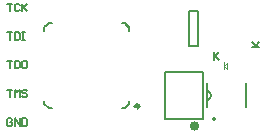
<source format=gto>
G04*
G04 #@! TF.GenerationSoftware,Altium Limited,Altium Designer,23.8.1 (32)*
G04*
G04 Layer_Color=65535*
%FSLAX44Y44*%
%MOMM*%
G71*
G04*
G04 #@! TF.SameCoordinates,C9A30DB4-BB40-4B38-85DC-7C9B31114FAE*
G04*
G04*
G04 #@! TF.FilePolarity,Positive*
G04*
G01*
G75*
%ADD10C,0.2000*%
%ADD11C,0.3000*%
%ADD12C,0.1524*%
%ADD13C,0.1000*%
%ADD14C,0.1270*%
%ADD15C,0.2540*%
G36*
X67062Y35118D02*
X67314Y35287D01*
X67483Y35538D01*
X67542Y35836D01*
Y36698D01*
X65988D01*
Y35836D01*
X66047Y35538D01*
X66216Y35287D01*
X66468Y35118D01*
X66765Y35059D01*
X67062Y35118D01*
D02*
G37*
G36*
X71094Y33146D02*
X70232D01*
X69934Y33087D01*
X69682Y32919D01*
X69514Y32666D01*
X69455Y32369D01*
X69514Y32072D01*
X69682Y31820D01*
X69934Y31651D01*
X70232Y31592D01*
X71094D01*
Y33146D01*
D02*
G37*
G36*
X67062Y97098D02*
X67314Y97267D01*
X67483Y97519D01*
X67542Y97816D01*
Y99649D01*
X65988D01*
Y97816D01*
X66047Y97519D01*
X66216Y97267D01*
X66468Y97098D01*
X66765Y97039D01*
X67062Y97098D01*
D02*
G37*
G36*
X70781Y103379D02*
X70950Y103631D01*
X71009Y103929D01*
X70950Y104226D01*
X70781Y104478D01*
X70529Y104646D01*
X70232Y104705D01*
X69934Y104646D01*
X69682Y104478D01*
X67227Y102023D01*
X67682Y101430D01*
X68309Y100949D01*
X68338Y100936D01*
X70781Y103379D01*
D02*
G37*
G36*
X135155Y31651D02*
X135407Y31820D01*
X135576Y32072D01*
X135635Y32369D01*
X135576Y32666D01*
X135407Y32919D01*
X135155Y33087D01*
X134858Y33146D01*
X133995D01*
Y31592D01*
X134858D01*
X135155Y31651D01*
D02*
G37*
G36*
X138622Y35118D02*
X138874Y35287D01*
X139042Y35538D01*
X139101Y35836D01*
Y36698D01*
X137548D01*
Y35836D01*
X137607Y35538D01*
X137775Y35287D01*
X138027Y35118D01*
X138324Y35059D01*
X138622Y35118D01*
D02*
G37*
G36*
X134045Y104705D02*
X133995D01*
Y103152D01*
X134045D01*
X134045Y104705D01*
D02*
G37*
G36*
X138622Y99744D02*
X138874Y99912D01*
X139042Y100164D01*
X139101Y100462D01*
X139042Y100759D01*
X138874Y101011D01*
X136419Y103466D01*
X135825Y103011D01*
X135344Y102384D01*
X135332Y102355D01*
X137775Y99912D01*
X138027Y99744D01*
X138324Y99685D01*
X138622Y99744D01*
D02*
G37*
D10*
X204387Y38617D02*
G03*
X204189Y47068I-926J4206D01*
G01*
X211601Y22734D02*
G03*
X211601Y22734I-1270J0D01*
G01*
X196959Y17148D02*
G03*
X196959Y17148I-3162J0D01*
G01*
X168796Y23148D02*
X200796D01*
X168796D02*
Y63148D01*
X200796D01*
Y23148D02*
Y63148D01*
X188870Y84392D02*
X196370D01*
X188870Y114392D02*
X196370D01*
Y84392D02*
Y114392D01*
X188870Y84392D02*
Y114392D01*
D11*
X143794Y33656D02*
G03*
X143794Y33681I1500J13D01*
G01*
D12*
X203981Y33022D02*
Y53088D01*
X237001Y33022D02*
Y53088D01*
X138324Y35836D02*
Y38482D01*
X132212Y32369D02*
X134858D01*
Y103929D02*
X138324Y100462D01*
X132212Y103929D02*
X134858D01*
X70232D02*
X72878D01*
X66765Y100462D02*
X70232Y103929D01*
X66765Y97816D02*
Y100462D01*
Y35836D02*
Y38482D01*
X70232Y32369D02*
X72878D01*
X70232Y103929D02*
X72878D01*
X134858Y32369D02*
X138324Y35836D01*
Y97816D02*
Y100462D01*
X66765Y35836D02*
X70232Y32369D01*
X66765Y35836D02*
X70232Y32369D01*
X138324Y97816D02*
Y100462D01*
X134858Y32369D02*
X138324Y35836D01*
D13*
X218762Y65101D02*
Y70943D01*
Y65101D02*
Y67895D01*
X221302Y65355D01*
X218762Y67895D02*
X221302Y70435D01*
Y65355D02*
Y70435D01*
D14*
X35144Y47834D02*
X39376D01*
X37260D01*
Y41486D01*
X41491D02*
Y47834D01*
X43608Y45718D01*
X45724Y47834D01*
Y41486D01*
X52071Y46776D02*
X51013Y47834D01*
X48898D01*
X47839Y46776D01*
Y45718D01*
X48898Y44660D01*
X51013D01*
X52071Y43602D01*
Y42544D01*
X51013Y41486D01*
X48898D01*
X47839Y42544D01*
X35144Y72084D02*
X39376D01*
X37260D01*
Y65736D01*
X41491Y72084D02*
Y65736D01*
X44665D01*
X45724Y66794D01*
Y71026D01*
X44665Y72084D01*
X41491D01*
X51013D02*
X48898D01*
X47839Y71026D01*
Y66794D01*
X48898Y65736D01*
X51013D01*
X52071Y66794D01*
Y71026D01*
X51013Y72084D01*
X35144Y120584D02*
X39376D01*
X37260D01*
Y114236D01*
X45724Y119526D02*
X44665Y120584D01*
X42550D01*
X41491Y119526D01*
Y115294D01*
X42550Y114236D01*
X44665D01*
X45724Y115294D01*
X47839Y120584D02*
Y114236D01*
Y116352D01*
X52071Y120584D01*
X48898Y117410D01*
X52071Y114236D01*
X39376Y22526D02*
X38318Y23584D01*
X36202D01*
X35144Y22526D01*
Y18294D01*
X36202Y17236D01*
X38318D01*
X39376Y18294D01*
Y20410D01*
X37260D01*
X41491Y17236D02*
Y23584D01*
X45724Y17236D01*
Y23584D01*
X47839D02*
Y17236D01*
X51013D01*
X52071Y18294D01*
Y22526D01*
X51013Y23584D01*
X47839D01*
X35144Y96334D02*
X39376D01*
X37260D01*
Y89986D01*
X41491Y96334D02*
Y89986D01*
X44665D01*
X45724Y91044D01*
Y95276D01*
X44665Y96334D01*
X41491D01*
X47839D02*
X49955D01*
X48898D01*
Y89986D01*
X47839D01*
X49955D01*
X210376Y79577D02*
Y73229D01*
Y75345D01*
X214608Y79577D01*
X211434Y76403D01*
X214608Y73229D01*
X242394Y83513D02*
X248742D01*
X246626D01*
X242394Y87745D01*
X245568Y84571D01*
X248742Y87745D01*
D15*
X192699Y15844D02*
Y18383D01*
X195238D01*
Y15844D01*
X192699D01*
M02*

</source>
